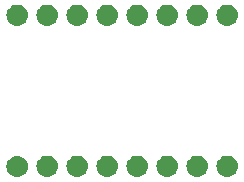
<source format=gbr>
G04 #@! TF.GenerationSoftware,KiCad,Pcbnew,(5.1.4-0-10_14)*
G04 #@! TF.CreationDate,2020-12-23T13:56:28+02:00*
G04 #@! TF.ProjectId,esp32-pico-module,65737033-322d-4706-9963-6f2d6d6f6475,rev?*
G04 #@! TF.SameCoordinates,Original*
G04 #@! TF.FileFunction,Soldermask,Bot*
G04 #@! TF.FilePolarity,Negative*
%FSLAX46Y46*%
G04 Gerber Fmt 4.6, Leading zero omitted, Abs format (unit mm)*
G04 Created by KiCad (PCBNEW (5.1.4-0-10_14)) date 2020-12-23 13:56:28*
%MOMM*%
%LPD*%
G04 APERTURE LIST*
%ADD10C,0.100000*%
G04 APERTURE END LIST*
D10*
G36*
X109900443Y-113705519D02*
G01*
X109966627Y-113712037D01*
X110136466Y-113763557D01*
X110292991Y-113847222D01*
X110328729Y-113876552D01*
X110430186Y-113959814D01*
X110513448Y-114061271D01*
X110542778Y-114097009D01*
X110626443Y-114253534D01*
X110677963Y-114423373D01*
X110695359Y-114600000D01*
X110677963Y-114776627D01*
X110626443Y-114946466D01*
X110542778Y-115102991D01*
X110513448Y-115138729D01*
X110430186Y-115240186D01*
X110328729Y-115323448D01*
X110292991Y-115352778D01*
X110136466Y-115436443D01*
X109966627Y-115487963D01*
X109900443Y-115494481D01*
X109834260Y-115501000D01*
X109745740Y-115501000D01*
X109679557Y-115494481D01*
X109613373Y-115487963D01*
X109443534Y-115436443D01*
X109287009Y-115352778D01*
X109251271Y-115323448D01*
X109149814Y-115240186D01*
X109066552Y-115138729D01*
X109037222Y-115102991D01*
X108953557Y-114946466D01*
X108902037Y-114776627D01*
X108884641Y-114600000D01*
X108902037Y-114423373D01*
X108953557Y-114253534D01*
X109037222Y-114097009D01*
X109066552Y-114061271D01*
X109149814Y-113959814D01*
X109251271Y-113876552D01*
X109287009Y-113847222D01*
X109443534Y-113763557D01*
X109613373Y-113712037D01*
X109679557Y-113705519D01*
X109745740Y-113699000D01*
X109834260Y-113699000D01*
X109900443Y-113705519D01*
X109900443Y-113705519D01*
G37*
G36*
X125125025Y-113699000D02*
G01*
X125206627Y-113707037D01*
X125376466Y-113758557D01*
X125532991Y-113842222D01*
X125539082Y-113847221D01*
X125670186Y-113954814D01*
X125753448Y-114056271D01*
X125782778Y-114092009D01*
X125866443Y-114248534D01*
X125917963Y-114418373D01*
X125935359Y-114595000D01*
X125917963Y-114771627D01*
X125866443Y-114941466D01*
X125782778Y-115097991D01*
X125753448Y-115133729D01*
X125670186Y-115235186D01*
X125568729Y-115318448D01*
X125532991Y-115347778D01*
X125376466Y-115431443D01*
X125206627Y-115482963D01*
X125155860Y-115487963D01*
X125074260Y-115496000D01*
X124985740Y-115496000D01*
X124904140Y-115487963D01*
X124853373Y-115482963D01*
X124683534Y-115431443D01*
X124527009Y-115347778D01*
X124491271Y-115318448D01*
X124389814Y-115235186D01*
X124306552Y-115133729D01*
X124277222Y-115097991D01*
X124193557Y-114941466D01*
X124142037Y-114771627D01*
X124124641Y-114595000D01*
X124142037Y-114418373D01*
X124193557Y-114248534D01*
X124277222Y-114092009D01*
X124306552Y-114056271D01*
X124389814Y-113954814D01*
X124520918Y-113847221D01*
X124527009Y-113842222D01*
X124683534Y-113758557D01*
X124853373Y-113707037D01*
X124934975Y-113699000D01*
X124985740Y-113694000D01*
X125074260Y-113694000D01*
X125125025Y-113699000D01*
X125125025Y-113699000D01*
G37*
G36*
X122585025Y-113699000D02*
G01*
X122666627Y-113707037D01*
X122836466Y-113758557D01*
X122992991Y-113842222D01*
X122999082Y-113847221D01*
X123130186Y-113954814D01*
X123213448Y-114056271D01*
X123242778Y-114092009D01*
X123326443Y-114248534D01*
X123377963Y-114418373D01*
X123395359Y-114595000D01*
X123377963Y-114771627D01*
X123326443Y-114941466D01*
X123242778Y-115097991D01*
X123213448Y-115133729D01*
X123130186Y-115235186D01*
X123028729Y-115318448D01*
X122992991Y-115347778D01*
X122836466Y-115431443D01*
X122666627Y-115482963D01*
X122615860Y-115487963D01*
X122534260Y-115496000D01*
X122445740Y-115496000D01*
X122364140Y-115487963D01*
X122313373Y-115482963D01*
X122143534Y-115431443D01*
X121987009Y-115347778D01*
X121951271Y-115318448D01*
X121849814Y-115235186D01*
X121766552Y-115133729D01*
X121737222Y-115097991D01*
X121653557Y-114941466D01*
X121602037Y-114771627D01*
X121584641Y-114595000D01*
X121602037Y-114418373D01*
X121653557Y-114248534D01*
X121737222Y-114092009D01*
X121766552Y-114056271D01*
X121849814Y-113954814D01*
X121980918Y-113847221D01*
X121987009Y-113842222D01*
X122143534Y-113758557D01*
X122313373Y-113707037D01*
X122394975Y-113699000D01*
X122445740Y-113694000D01*
X122534260Y-113694000D01*
X122585025Y-113699000D01*
X122585025Y-113699000D01*
G37*
G36*
X120045025Y-113699000D02*
G01*
X120126627Y-113707037D01*
X120296466Y-113758557D01*
X120452991Y-113842222D01*
X120459082Y-113847221D01*
X120590186Y-113954814D01*
X120673448Y-114056271D01*
X120702778Y-114092009D01*
X120786443Y-114248534D01*
X120837963Y-114418373D01*
X120855359Y-114595000D01*
X120837963Y-114771627D01*
X120786443Y-114941466D01*
X120702778Y-115097991D01*
X120673448Y-115133729D01*
X120590186Y-115235186D01*
X120488729Y-115318448D01*
X120452991Y-115347778D01*
X120296466Y-115431443D01*
X120126627Y-115482963D01*
X120075860Y-115487963D01*
X119994260Y-115496000D01*
X119905740Y-115496000D01*
X119824140Y-115487963D01*
X119773373Y-115482963D01*
X119603534Y-115431443D01*
X119447009Y-115347778D01*
X119411271Y-115318448D01*
X119309814Y-115235186D01*
X119226552Y-115133729D01*
X119197222Y-115097991D01*
X119113557Y-114941466D01*
X119062037Y-114771627D01*
X119044641Y-114595000D01*
X119062037Y-114418373D01*
X119113557Y-114248534D01*
X119197222Y-114092009D01*
X119226552Y-114056271D01*
X119309814Y-113954814D01*
X119440918Y-113847221D01*
X119447009Y-113842222D01*
X119603534Y-113758557D01*
X119773373Y-113707037D01*
X119854975Y-113699000D01*
X119905740Y-113694000D01*
X119994260Y-113694000D01*
X120045025Y-113699000D01*
X120045025Y-113699000D01*
G37*
G36*
X117505025Y-113699000D02*
G01*
X117586627Y-113707037D01*
X117756466Y-113758557D01*
X117912991Y-113842222D01*
X117919082Y-113847221D01*
X118050186Y-113954814D01*
X118133448Y-114056271D01*
X118162778Y-114092009D01*
X118246443Y-114248534D01*
X118297963Y-114418373D01*
X118315359Y-114595000D01*
X118297963Y-114771627D01*
X118246443Y-114941466D01*
X118162778Y-115097991D01*
X118133448Y-115133729D01*
X118050186Y-115235186D01*
X117948729Y-115318448D01*
X117912991Y-115347778D01*
X117756466Y-115431443D01*
X117586627Y-115482963D01*
X117535860Y-115487963D01*
X117454260Y-115496000D01*
X117365740Y-115496000D01*
X117284140Y-115487963D01*
X117233373Y-115482963D01*
X117063534Y-115431443D01*
X116907009Y-115347778D01*
X116871271Y-115318448D01*
X116769814Y-115235186D01*
X116686552Y-115133729D01*
X116657222Y-115097991D01*
X116573557Y-114941466D01*
X116522037Y-114771627D01*
X116504641Y-114595000D01*
X116522037Y-114418373D01*
X116573557Y-114248534D01*
X116657222Y-114092009D01*
X116686552Y-114056271D01*
X116769814Y-113954814D01*
X116900918Y-113847221D01*
X116907009Y-113842222D01*
X117063534Y-113758557D01*
X117233373Y-113707037D01*
X117314975Y-113699000D01*
X117365740Y-113694000D01*
X117454260Y-113694000D01*
X117505025Y-113699000D01*
X117505025Y-113699000D01*
G37*
G36*
X114965025Y-113699000D02*
G01*
X115046627Y-113707037D01*
X115216466Y-113758557D01*
X115372991Y-113842222D01*
X115379082Y-113847221D01*
X115510186Y-113954814D01*
X115593448Y-114056271D01*
X115622778Y-114092009D01*
X115706443Y-114248534D01*
X115757963Y-114418373D01*
X115775359Y-114595000D01*
X115757963Y-114771627D01*
X115706443Y-114941466D01*
X115622778Y-115097991D01*
X115593448Y-115133729D01*
X115510186Y-115235186D01*
X115408729Y-115318448D01*
X115372991Y-115347778D01*
X115216466Y-115431443D01*
X115046627Y-115482963D01*
X114995860Y-115487963D01*
X114914260Y-115496000D01*
X114825740Y-115496000D01*
X114744140Y-115487963D01*
X114693373Y-115482963D01*
X114523534Y-115431443D01*
X114367009Y-115347778D01*
X114331271Y-115318448D01*
X114229814Y-115235186D01*
X114146552Y-115133729D01*
X114117222Y-115097991D01*
X114033557Y-114941466D01*
X113982037Y-114771627D01*
X113964641Y-114595000D01*
X113982037Y-114418373D01*
X114033557Y-114248534D01*
X114117222Y-114092009D01*
X114146552Y-114056271D01*
X114229814Y-113954814D01*
X114360918Y-113847221D01*
X114367009Y-113842222D01*
X114523534Y-113758557D01*
X114693373Y-113707037D01*
X114774975Y-113699000D01*
X114825740Y-113694000D01*
X114914260Y-113694000D01*
X114965025Y-113699000D01*
X114965025Y-113699000D01*
G37*
G36*
X112425025Y-113699000D02*
G01*
X112506627Y-113707037D01*
X112676466Y-113758557D01*
X112832991Y-113842222D01*
X112839082Y-113847221D01*
X112970186Y-113954814D01*
X113053448Y-114056271D01*
X113082778Y-114092009D01*
X113166443Y-114248534D01*
X113217963Y-114418373D01*
X113235359Y-114595000D01*
X113217963Y-114771627D01*
X113166443Y-114941466D01*
X113082778Y-115097991D01*
X113053448Y-115133729D01*
X112970186Y-115235186D01*
X112868729Y-115318448D01*
X112832991Y-115347778D01*
X112676466Y-115431443D01*
X112506627Y-115482963D01*
X112455860Y-115487963D01*
X112374260Y-115496000D01*
X112285740Y-115496000D01*
X112204140Y-115487963D01*
X112153373Y-115482963D01*
X111983534Y-115431443D01*
X111827009Y-115347778D01*
X111791271Y-115318448D01*
X111689814Y-115235186D01*
X111606552Y-115133729D01*
X111577222Y-115097991D01*
X111493557Y-114941466D01*
X111442037Y-114771627D01*
X111424641Y-114595000D01*
X111442037Y-114418373D01*
X111493557Y-114248534D01*
X111577222Y-114092009D01*
X111606552Y-114056271D01*
X111689814Y-113954814D01*
X111820918Y-113847221D01*
X111827009Y-113842222D01*
X111983534Y-113758557D01*
X112153373Y-113707037D01*
X112234975Y-113699000D01*
X112285740Y-113694000D01*
X112374260Y-113694000D01*
X112425025Y-113699000D01*
X112425025Y-113699000D01*
G37*
G36*
X127665025Y-113699000D02*
G01*
X127746627Y-113707037D01*
X127916466Y-113758557D01*
X128072991Y-113842222D01*
X128079082Y-113847221D01*
X128210186Y-113954814D01*
X128293448Y-114056271D01*
X128322778Y-114092009D01*
X128406443Y-114248534D01*
X128457963Y-114418373D01*
X128475359Y-114595000D01*
X128457963Y-114771627D01*
X128406443Y-114941466D01*
X128322778Y-115097991D01*
X128293448Y-115133729D01*
X128210186Y-115235186D01*
X128108729Y-115318448D01*
X128072991Y-115347778D01*
X127916466Y-115431443D01*
X127746627Y-115482963D01*
X127695860Y-115487963D01*
X127614260Y-115496000D01*
X127525740Y-115496000D01*
X127444140Y-115487963D01*
X127393373Y-115482963D01*
X127223534Y-115431443D01*
X127067009Y-115347778D01*
X127031271Y-115318448D01*
X126929814Y-115235186D01*
X126846552Y-115133729D01*
X126817222Y-115097991D01*
X126733557Y-114941466D01*
X126682037Y-114771627D01*
X126664641Y-114595000D01*
X126682037Y-114418373D01*
X126733557Y-114248534D01*
X126817222Y-114092009D01*
X126846552Y-114056271D01*
X126929814Y-113954814D01*
X127060918Y-113847221D01*
X127067009Y-113842222D01*
X127223534Y-113758557D01*
X127393373Y-113707037D01*
X127474975Y-113699000D01*
X127525740Y-113694000D01*
X127614260Y-113694000D01*
X127665025Y-113699000D01*
X127665025Y-113699000D01*
G37*
G36*
X109900442Y-100905518D02*
G01*
X109966627Y-100912037D01*
X110136466Y-100963557D01*
X110292991Y-101047222D01*
X110328729Y-101076552D01*
X110430186Y-101159814D01*
X110513448Y-101261271D01*
X110542778Y-101297009D01*
X110626443Y-101453534D01*
X110677963Y-101623373D01*
X110695359Y-101800000D01*
X110677963Y-101976627D01*
X110626443Y-102146466D01*
X110542778Y-102302991D01*
X110513448Y-102338729D01*
X110430186Y-102440186D01*
X110328729Y-102523448D01*
X110292991Y-102552778D01*
X110136466Y-102636443D01*
X109966627Y-102687963D01*
X109900443Y-102694481D01*
X109834260Y-102701000D01*
X109745740Y-102701000D01*
X109679557Y-102694481D01*
X109613373Y-102687963D01*
X109443534Y-102636443D01*
X109287009Y-102552778D01*
X109251271Y-102523448D01*
X109149814Y-102440186D01*
X109066552Y-102338729D01*
X109037222Y-102302991D01*
X108953557Y-102146466D01*
X108902037Y-101976627D01*
X108884641Y-101800000D01*
X108902037Y-101623373D01*
X108953557Y-101453534D01*
X109037222Y-101297009D01*
X109066552Y-101261271D01*
X109149814Y-101159814D01*
X109251271Y-101076552D01*
X109287009Y-101047222D01*
X109443534Y-100963557D01*
X109613373Y-100912037D01*
X109679557Y-100905519D01*
X109745740Y-100899000D01*
X109834260Y-100899000D01*
X109900442Y-100905518D01*
X109900442Y-100905518D01*
G37*
G36*
X127665025Y-100899000D02*
G01*
X127746627Y-100907037D01*
X127916466Y-100958557D01*
X128072991Y-101042222D01*
X128079082Y-101047221D01*
X128210186Y-101154814D01*
X128293448Y-101256271D01*
X128322778Y-101292009D01*
X128406443Y-101448534D01*
X128457963Y-101618373D01*
X128475359Y-101795000D01*
X128457963Y-101971627D01*
X128406443Y-102141466D01*
X128322778Y-102297991D01*
X128293448Y-102333729D01*
X128210186Y-102435186D01*
X128108729Y-102518448D01*
X128072991Y-102547778D01*
X127916466Y-102631443D01*
X127746627Y-102682963D01*
X127695860Y-102687963D01*
X127614260Y-102696000D01*
X127525740Y-102696000D01*
X127444140Y-102687963D01*
X127393373Y-102682963D01*
X127223534Y-102631443D01*
X127067009Y-102547778D01*
X127031271Y-102518448D01*
X126929814Y-102435186D01*
X126846552Y-102333729D01*
X126817222Y-102297991D01*
X126733557Y-102141466D01*
X126682037Y-101971627D01*
X126664641Y-101795000D01*
X126682037Y-101618373D01*
X126733557Y-101448534D01*
X126817222Y-101292009D01*
X126846552Y-101256271D01*
X126929814Y-101154814D01*
X127060918Y-101047221D01*
X127067009Y-101042222D01*
X127223534Y-100958557D01*
X127393373Y-100907037D01*
X127474975Y-100899000D01*
X127525740Y-100894000D01*
X127614260Y-100894000D01*
X127665025Y-100899000D01*
X127665025Y-100899000D01*
G37*
G36*
X125125025Y-100899000D02*
G01*
X125206627Y-100907037D01*
X125376466Y-100958557D01*
X125532991Y-101042222D01*
X125539082Y-101047221D01*
X125670186Y-101154814D01*
X125753448Y-101256271D01*
X125782778Y-101292009D01*
X125866443Y-101448534D01*
X125917963Y-101618373D01*
X125935359Y-101795000D01*
X125917963Y-101971627D01*
X125866443Y-102141466D01*
X125782778Y-102297991D01*
X125753448Y-102333729D01*
X125670186Y-102435186D01*
X125568729Y-102518448D01*
X125532991Y-102547778D01*
X125376466Y-102631443D01*
X125206627Y-102682963D01*
X125155860Y-102687963D01*
X125074260Y-102696000D01*
X124985740Y-102696000D01*
X124904140Y-102687963D01*
X124853373Y-102682963D01*
X124683534Y-102631443D01*
X124527009Y-102547778D01*
X124491271Y-102518448D01*
X124389814Y-102435186D01*
X124306552Y-102333729D01*
X124277222Y-102297991D01*
X124193557Y-102141466D01*
X124142037Y-101971627D01*
X124124641Y-101795000D01*
X124142037Y-101618373D01*
X124193557Y-101448534D01*
X124277222Y-101292009D01*
X124306552Y-101256271D01*
X124389814Y-101154814D01*
X124520918Y-101047221D01*
X124527009Y-101042222D01*
X124683534Y-100958557D01*
X124853373Y-100907037D01*
X124934975Y-100899000D01*
X124985740Y-100894000D01*
X125074260Y-100894000D01*
X125125025Y-100899000D01*
X125125025Y-100899000D01*
G37*
G36*
X122585025Y-100899000D02*
G01*
X122666627Y-100907037D01*
X122836466Y-100958557D01*
X122992991Y-101042222D01*
X122999082Y-101047221D01*
X123130186Y-101154814D01*
X123213448Y-101256271D01*
X123242778Y-101292009D01*
X123326443Y-101448534D01*
X123377963Y-101618373D01*
X123395359Y-101795000D01*
X123377963Y-101971627D01*
X123326443Y-102141466D01*
X123242778Y-102297991D01*
X123213448Y-102333729D01*
X123130186Y-102435186D01*
X123028729Y-102518448D01*
X122992991Y-102547778D01*
X122836466Y-102631443D01*
X122666627Y-102682963D01*
X122615860Y-102687963D01*
X122534260Y-102696000D01*
X122445740Y-102696000D01*
X122364140Y-102687963D01*
X122313373Y-102682963D01*
X122143534Y-102631443D01*
X121987009Y-102547778D01*
X121951271Y-102518448D01*
X121849814Y-102435186D01*
X121766552Y-102333729D01*
X121737222Y-102297991D01*
X121653557Y-102141466D01*
X121602037Y-101971627D01*
X121584641Y-101795000D01*
X121602037Y-101618373D01*
X121653557Y-101448534D01*
X121737222Y-101292009D01*
X121766552Y-101256271D01*
X121849814Y-101154814D01*
X121980918Y-101047221D01*
X121987009Y-101042222D01*
X122143534Y-100958557D01*
X122313373Y-100907037D01*
X122394975Y-100899000D01*
X122445740Y-100894000D01*
X122534260Y-100894000D01*
X122585025Y-100899000D01*
X122585025Y-100899000D01*
G37*
G36*
X120045025Y-100899000D02*
G01*
X120126627Y-100907037D01*
X120296466Y-100958557D01*
X120452991Y-101042222D01*
X120459082Y-101047221D01*
X120590186Y-101154814D01*
X120673448Y-101256271D01*
X120702778Y-101292009D01*
X120786443Y-101448534D01*
X120837963Y-101618373D01*
X120855359Y-101795000D01*
X120837963Y-101971627D01*
X120786443Y-102141466D01*
X120702778Y-102297991D01*
X120673448Y-102333729D01*
X120590186Y-102435186D01*
X120488729Y-102518448D01*
X120452991Y-102547778D01*
X120296466Y-102631443D01*
X120126627Y-102682963D01*
X120075860Y-102687963D01*
X119994260Y-102696000D01*
X119905740Y-102696000D01*
X119824140Y-102687963D01*
X119773373Y-102682963D01*
X119603534Y-102631443D01*
X119447009Y-102547778D01*
X119411271Y-102518448D01*
X119309814Y-102435186D01*
X119226552Y-102333729D01*
X119197222Y-102297991D01*
X119113557Y-102141466D01*
X119062037Y-101971627D01*
X119044641Y-101795000D01*
X119062037Y-101618373D01*
X119113557Y-101448534D01*
X119197222Y-101292009D01*
X119226552Y-101256271D01*
X119309814Y-101154814D01*
X119440918Y-101047221D01*
X119447009Y-101042222D01*
X119603534Y-100958557D01*
X119773373Y-100907037D01*
X119854975Y-100899000D01*
X119905740Y-100894000D01*
X119994260Y-100894000D01*
X120045025Y-100899000D01*
X120045025Y-100899000D01*
G37*
G36*
X117505025Y-100899000D02*
G01*
X117586627Y-100907037D01*
X117756466Y-100958557D01*
X117912991Y-101042222D01*
X117919082Y-101047221D01*
X118050186Y-101154814D01*
X118133448Y-101256271D01*
X118162778Y-101292009D01*
X118246443Y-101448534D01*
X118297963Y-101618373D01*
X118315359Y-101795000D01*
X118297963Y-101971627D01*
X118246443Y-102141466D01*
X118162778Y-102297991D01*
X118133448Y-102333729D01*
X118050186Y-102435186D01*
X117948729Y-102518448D01*
X117912991Y-102547778D01*
X117756466Y-102631443D01*
X117586627Y-102682963D01*
X117535860Y-102687963D01*
X117454260Y-102696000D01*
X117365740Y-102696000D01*
X117284140Y-102687963D01*
X117233373Y-102682963D01*
X117063534Y-102631443D01*
X116907009Y-102547778D01*
X116871271Y-102518448D01*
X116769814Y-102435186D01*
X116686552Y-102333729D01*
X116657222Y-102297991D01*
X116573557Y-102141466D01*
X116522037Y-101971627D01*
X116504641Y-101795000D01*
X116522037Y-101618373D01*
X116573557Y-101448534D01*
X116657222Y-101292009D01*
X116686552Y-101256271D01*
X116769814Y-101154814D01*
X116900918Y-101047221D01*
X116907009Y-101042222D01*
X117063534Y-100958557D01*
X117233373Y-100907037D01*
X117314975Y-100899000D01*
X117365740Y-100894000D01*
X117454260Y-100894000D01*
X117505025Y-100899000D01*
X117505025Y-100899000D01*
G37*
G36*
X114965025Y-100899000D02*
G01*
X115046627Y-100907037D01*
X115216466Y-100958557D01*
X115372991Y-101042222D01*
X115379082Y-101047221D01*
X115510186Y-101154814D01*
X115593448Y-101256271D01*
X115622778Y-101292009D01*
X115706443Y-101448534D01*
X115757963Y-101618373D01*
X115775359Y-101795000D01*
X115757963Y-101971627D01*
X115706443Y-102141466D01*
X115622778Y-102297991D01*
X115593448Y-102333729D01*
X115510186Y-102435186D01*
X115408729Y-102518448D01*
X115372991Y-102547778D01*
X115216466Y-102631443D01*
X115046627Y-102682963D01*
X114995860Y-102687963D01*
X114914260Y-102696000D01*
X114825740Y-102696000D01*
X114744140Y-102687963D01*
X114693373Y-102682963D01*
X114523534Y-102631443D01*
X114367009Y-102547778D01*
X114331271Y-102518448D01*
X114229814Y-102435186D01*
X114146552Y-102333729D01*
X114117222Y-102297991D01*
X114033557Y-102141466D01*
X113982037Y-101971627D01*
X113964641Y-101795000D01*
X113982037Y-101618373D01*
X114033557Y-101448534D01*
X114117222Y-101292009D01*
X114146552Y-101256271D01*
X114229814Y-101154814D01*
X114360918Y-101047221D01*
X114367009Y-101042222D01*
X114523534Y-100958557D01*
X114693373Y-100907037D01*
X114774975Y-100899000D01*
X114825740Y-100894000D01*
X114914260Y-100894000D01*
X114965025Y-100899000D01*
X114965025Y-100899000D01*
G37*
G36*
X112425025Y-100899000D02*
G01*
X112506627Y-100907037D01*
X112676466Y-100958557D01*
X112832991Y-101042222D01*
X112839082Y-101047221D01*
X112970186Y-101154814D01*
X113053448Y-101256271D01*
X113082778Y-101292009D01*
X113166443Y-101448534D01*
X113217963Y-101618373D01*
X113235359Y-101795000D01*
X113217963Y-101971627D01*
X113166443Y-102141466D01*
X113082778Y-102297991D01*
X113053448Y-102333729D01*
X112970186Y-102435186D01*
X112868729Y-102518448D01*
X112832991Y-102547778D01*
X112676466Y-102631443D01*
X112506627Y-102682963D01*
X112455860Y-102687963D01*
X112374260Y-102696000D01*
X112285740Y-102696000D01*
X112204140Y-102687963D01*
X112153373Y-102682963D01*
X111983534Y-102631443D01*
X111827009Y-102547778D01*
X111791271Y-102518448D01*
X111689814Y-102435186D01*
X111606552Y-102333729D01*
X111577222Y-102297991D01*
X111493557Y-102141466D01*
X111442037Y-101971627D01*
X111424641Y-101795000D01*
X111442037Y-101618373D01*
X111493557Y-101448534D01*
X111577222Y-101292009D01*
X111606552Y-101256271D01*
X111689814Y-101154814D01*
X111820918Y-101047221D01*
X111827009Y-101042222D01*
X111983534Y-100958557D01*
X112153373Y-100907037D01*
X112234975Y-100899000D01*
X112285740Y-100894000D01*
X112374260Y-100894000D01*
X112425025Y-100899000D01*
X112425025Y-100899000D01*
G37*
M02*

</source>
